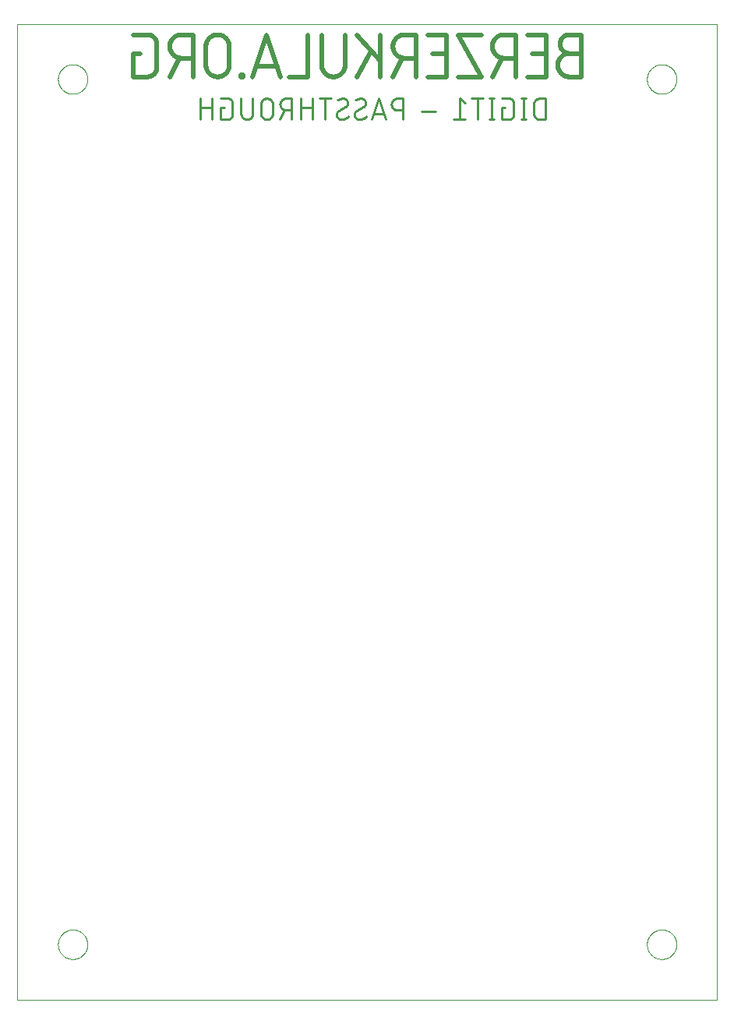
<source format=gbo>
G75*
%MOIN*%
%OFA0B0*%
%FSLAX25Y25*%
%IPPOS*%
%LPD*%
%AMOC8*
5,1,8,0,0,1.08239X$1,22.5*
%
%ADD10C,0.00000*%
%ADD11C,0.02000*%
%ADD12C,0.01000*%
D10*
X0012961Y0010993D02*
X0012961Y0428315D01*
X0312174Y0428315D01*
X0312174Y0010993D01*
X0012961Y0010993D01*
X0030284Y0034615D02*
X0030286Y0034773D01*
X0030292Y0034931D01*
X0030302Y0035089D01*
X0030316Y0035247D01*
X0030334Y0035404D01*
X0030355Y0035561D01*
X0030381Y0035717D01*
X0030411Y0035873D01*
X0030444Y0036028D01*
X0030482Y0036181D01*
X0030523Y0036334D01*
X0030568Y0036486D01*
X0030617Y0036637D01*
X0030670Y0036786D01*
X0030726Y0036934D01*
X0030786Y0037080D01*
X0030850Y0037225D01*
X0030918Y0037368D01*
X0030989Y0037510D01*
X0031063Y0037650D01*
X0031141Y0037787D01*
X0031223Y0037923D01*
X0031307Y0038057D01*
X0031396Y0038188D01*
X0031487Y0038317D01*
X0031582Y0038444D01*
X0031679Y0038569D01*
X0031780Y0038691D01*
X0031884Y0038810D01*
X0031991Y0038927D01*
X0032101Y0039041D01*
X0032214Y0039152D01*
X0032329Y0039261D01*
X0032447Y0039366D01*
X0032568Y0039468D01*
X0032691Y0039568D01*
X0032817Y0039664D01*
X0032945Y0039757D01*
X0033075Y0039847D01*
X0033208Y0039933D01*
X0033343Y0040017D01*
X0033479Y0040096D01*
X0033618Y0040173D01*
X0033759Y0040245D01*
X0033901Y0040315D01*
X0034045Y0040380D01*
X0034191Y0040442D01*
X0034338Y0040500D01*
X0034487Y0040555D01*
X0034637Y0040606D01*
X0034788Y0040653D01*
X0034940Y0040696D01*
X0035093Y0040735D01*
X0035248Y0040771D01*
X0035403Y0040802D01*
X0035559Y0040830D01*
X0035715Y0040854D01*
X0035872Y0040874D01*
X0036030Y0040890D01*
X0036187Y0040902D01*
X0036346Y0040910D01*
X0036504Y0040914D01*
X0036662Y0040914D01*
X0036820Y0040910D01*
X0036979Y0040902D01*
X0037136Y0040890D01*
X0037294Y0040874D01*
X0037451Y0040854D01*
X0037607Y0040830D01*
X0037763Y0040802D01*
X0037918Y0040771D01*
X0038073Y0040735D01*
X0038226Y0040696D01*
X0038378Y0040653D01*
X0038529Y0040606D01*
X0038679Y0040555D01*
X0038828Y0040500D01*
X0038975Y0040442D01*
X0039121Y0040380D01*
X0039265Y0040315D01*
X0039407Y0040245D01*
X0039548Y0040173D01*
X0039687Y0040096D01*
X0039823Y0040017D01*
X0039958Y0039933D01*
X0040091Y0039847D01*
X0040221Y0039757D01*
X0040349Y0039664D01*
X0040475Y0039568D01*
X0040598Y0039468D01*
X0040719Y0039366D01*
X0040837Y0039261D01*
X0040952Y0039152D01*
X0041065Y0039041D01*
X0041175Y0038927D01*
X0041282Y0038810D01*
X0041386Y0038691D01*
X0041487Y0038569D01*
X0041584Y0038444D01*
X0041679Y0038317D01*
X0041770Y0038188D01*
X0041859Y0038057D01*
X0041943Y0037923D01*
X0042025Y0037787D01*
X0042103Y0037650D01*
X0042177Y0037510D01*
X0042248Y0037368D01*
X0042316Y0037225D01*
X0042380Y0037080D01*
X0042440Y0036934D01*
X0042496Y0036786D01*
X0042549Y0036637D01*
X0042598Y0036486D01*
X0042643Y0036334D01*
X0042684Y0036181D01*
X0042722Y0036028D01*
X0042755Y0035873D01*
X0042785Y0035717D01*
X0042811Y0035561D01*
X0042832Y0035404D01*
X0042850Y0035247D01*
X0042864Y0035089D01*
X0042874Y0034931D01*
X0042880Y0034773D01*
X0042882Y0034615D01*
X0042880Y0034457D01*
X0042874Y0034299D01*
X0042864Y0034141D01*
X0042850Y0033983D01*
X0042832Y0033826D01*
X0042811Y0033669D01*
X0042785Y0033513D01*
X0042755Y0033357D01*
X0042722Y0033202D01*
X0042684Y0033049D01*
X0042643Y0032896D01*
X0042598Y0032744D01*
X0042549Y0032593D01*
X0042496Y0032444D01*
X0042440Y0032296D01*
X0042380Y0032150D01*
X0042316Y0032005D01*
X0042248Y0031862D01*
X0042177Y0031720D01*
X0042103Y0031580D01*
X0042025Y0031443D01*
X0041943Y0031307D01*
X0041859Y0031173D01*
X0041770Y0031042D01*
X0041679Y0030913D01*
X0041584Y0030786D01*
X0041487Y0030661D01*
X0041386Y0030539D01*
X0041282Y0030420D01*
X0041175Y0030303D01*
X0041065Y0030189D01*
X0040952Y0030078D01*
X0040837Y0029969D01*
X0040719Y0029864D01*
X0040598Y0029762D01*
X0040475Y0029662D01*
X0040349Y0029566D01*
X0040221Y0029473D01*
X0040091Y0029383D01*
X0039958Y0029297D01*
X0039823Y0029213D01*
X0039687Y0029134D01*
X0039548Y0029057D01*
X0039407Y0028985D01*
X0039265Y0028915D01*
X0039121Y0028850D01*
X0038975Y0028788D01*
X0038828Y0028730D01*
X0038679Y0028675D01*
X0038529Y0028624D01*
X0038378Y0028577D01*
X0038226Y0028534D01*
X0038073Y0028495D01*
X0037918Y0028459D01*
X0037763Y0028428D01*
X0037607Y0028400D01*
X0037451Y0028376D01*
X0037294Y0028356D01*
X0037136Y0028340D01*
X0036979Y0028328D01*
X0036820Y0028320D01*
X0036662Y0028316D01*
X0036504Y0028316D01*
X0036346Y0028320D01*
X0036187Y0028328D01*
X0036030Y0028340D01*
X0035872Y0028356D01*
X0035715Y0028376D01*
X0035559Y0028400D01*
X0035403Y0028428D01*
X0035248Y0028459D01*
X0035093Y0028495D01*
X0034940Y0028534D01*
X0034788Y0028577D01*
X0034637Y0028624D01*
X0034487Y0028675D01*
X0034338Y0028730D01*
X0034191Y0028788D01*
X0034045Y0028850D01*
X0033901Y0028915D01*
X0033759Y0028985D01*
X0033618Y0029057D01*
X0033479Y0029134D01*
X0033343Y0029213D01*
X0033208Y0029297D01*
X0033075Y0029383D01*
X0032945Y0029473D01*
X0032817Y0029566D01*
X0032691Y0029662D01*
X0032568Y0029762D01*
X0032447Y0029864D01*
X0032329Y0029969D01*
X0032214Y0030078D01*
X0032101Y0030189D01*
X0031991Y0030303D01*
X0031884Y0030420D01*
X0031780Y0030539D01*
X0031679Y0030661D01*
X0031582Y0030786D01*
X0031487Y0030913D01*
X0031396Y0031042D01*
X0031307Y0031173D01*
X0031223Y0031307D01*
X0031141Y0031443D01*
X0031063Y0031580D01*
X0030989Y0031720D01*
X0030918Y0031862D01*
X0030850Y0032005D01*
X0030786Y0032150D01*
X0030726Y0032296D01*
X0030670Y0032444D01*
X0030617Y0032593D01*
X0030568Y0032744D01*
X0030523Y0032896D01*
X0030482Y0033049D01*
X0030444Y0033202D01*
X0030411Y0033357D01*
X0030381Y0033513D01*
X0030355Y0033669D01*
X0030334Y0033826D01*
X0030316Y0033983D01*
X0030302Y0034141D01*
X0030292Y0034299D01*
X0030286Y0034457D01*
X0030284Y0034615D01*
X0282253Y0034615D02*
X0282255Y0034773D01*
X0282261Y0034931D01*
X0282271Y0035089D01*
X0282285Y0035247D01*
X0282303Y0035404D01*
X0282324Y0035561D01*
X0282350Y0035717D01*
X0282380Y0035873D01*
X0282413Y0036028D01*
X0282451Y0036181D01*
X0282492Y0036334D01*
X0282537Y0036486D01*
X0282586Y0036637D01*
X0282639Y0036786D01*
X0282695Y0036934D01*
X0282755Y0037080D01*
X0282819Y0037225D01*
X0282887Y0037368D01*
X0282958Y0037510D01*
X0283032Y0037650D01*
X0283110Y0037787D01*
X0283192Y0037923D01*
X0283276Y0038057D01*
X0283365Y0038188D01*
X0283456Y0038317D01*
X0283551Y0038444D01*
X0283648Y0038569D01*
X0283749Y0038691D01*
X0283853Y0038810D01*
X0283960Y0038927D01*
X0284070Y0039041D01*
X0284183Y0039152D01*
X0284298Y0039261D01*
X0284416Y0039366D01*
X0284537Y0039468D01*
X0284660Y0039568D01*
X0284786Y0039664D01*
X0284914Y0039757D01*
X0285044Y0039847D01*
X0285177Y0039933D01*
X0285312Y0040017D01*
X0285448Y0040096D01*
X0285587Y0040173D01*
X0285728Y0040245D01*
X0285870Y0040315D01*
X0286014Y0040380D01*
X0286160Y0040442D01*
X0286307Y0040500D01*
X0286456Y0040555D01*
X0286606Y0040606D01*
X0286757Y0040653D01*
X0286909Y0040696D01*
X0287062Y0040735D01*
X0287217Y0040771D01*
X0287372Y0040802D01*
X0287528Y0040830D01*
X0287684Y0040854D01*
X0287841Y0040874D01*
X0287999Y0040890D01*
X0288156Y0040902D01*
X0288315Y0040910D01*
X0288473Y0040914D01*
X0288631Y0040914D01*
X0288789Y0040910D01*
X0288948Y0040902D01*
X0289105Y0040890D01*
X0289263Y0040874D01*
X0289420Y0040854D01*
X0289576Y0040830D01*
X0289732Y0040802D01*
X0289887Y0040771D01*
X0290042Y0040735D01*
X0290195Y0040696D01*
X0290347Y0040653D01*
X0290498Y0040606D01*
X0290648Y0040555D01*
X0290797Y0040500D01*
X0290944Y0040442D01*
X0291090Y0040380D01*
X0291234Y0040315D01*
X0291376Y0040245D01*
X0291517Y0040173D01*
X0291656Y0040096D01*
X0291792Y0040017D01*
X0291927Y0039933D01*
X0292060Y0039847D01*
X0292190Y0039757D01*
X0292318Y0039664D01*
X0292444Y0039568D01*
X0292567Y0039468D01*
X0292688Y0039366D01*
X0292806Y0039261D01*
X0292921Y0039152D01*
X0293034Y0039041D01*
X0293144Y0038927D01*
X0293251Y0038810D01*
X0293355Y0038691D01*
X0293456Y0038569D01*
X0293553Y0038444D01*
X0293648Y0038317D01*
X0293739Y0038188D01*
X0293828Y0038057D01*
X0293912Y0037923D01*
X0293994Y0037787D01*
X0294072Y0037650D01*
X0294146Y0037510D01*
X0294217Y0037368D01*
X0294285Y0037225D01*
X0294349Y0037080D01*
X0294409Y0036934D01*
X0294465Y0036786D01*
X0294518Y0036637D01*
X0294567Y0036486D01*
X0294612Y0036334D01*
X0294653Y0036181D01*
X0294691Y0036028D01*
X0294724Y0035873D01*
X0294754Y0035717D01*
X0294780Y0035561D01*
X0294801Y0035404D01*
X0294819Y0035247D01*
X0294833Y0035089D01*
X0294843Y0034931D01*
X0294849Y0034773D01*
X0294851Y0034615D01*
X0294849Y0034457D01*
X0294843Y0034299D01*
X0294833Y0034141D01*
X0294819Y0033983D01*
X0294801Y0033826D01*
X0294780Y0033669D01*
X0294754Y0033513D01*
X0294724Y0033357D01*
X0294691Y0033202D01*
X0294653Y0033049D01*
X0294612Y0032896D01*
X0294567Y0032744D01*
X0294518Y0032593D01*
X0294465Y0032444D01*
X0294409Y0032296D01*
X0294349Y0032150D01*
X0294285Y0032005D01*
X0294217Y0031862D01*
X0294146Y0031720D01*
X0294072Y0031580D01*
X0293994Y0031443D01*
X0293912Y0031307D01*
X0293828Y0031173D01*
X0293739Y0031042D01*
X0293648Y0030913D01*
X0293553Y0030786D01*
X0293456Y0030661D01*
X0293355Y0030539D01*
X0293251Y0030420D01*
X0293144Y0030303D01*
X0293034Y0030189D01*
X0292921Y0030078D01*
X0292806Y0029969D01*
X0292688Y0029864D01*
X0292567Y0029762D01*
X0292444Y0029662D01*
X0292318Y0029566D01*
X0292190Y0029473D01*
X0292060Y0029383D01*
X0291927Y0029297D01*
X0291792Y0029213D01*
X0291656Y0029134D01*
X0291517Y0029057D01*
X0291376Y0028985D01*
X0291234Y0028915D01*
X0291090Y0028850D01*
X0290944Y0028788D01*
X0290797Y0028730D01*
X0290648Y0028675D01*
X0290498Y0028624D01*
X0290347Y0028577D01*
X0290195Y0028534D01*
X0290042Y0028495D01*
X0289887Y0028459D01*
X0289732Y0028428D01*
X0289576Y0028400D01*
X0289420Y0028376D01*
X0289263Y0028356D01*
X0289105Y0028340D01*
X0288948Y0028328D01*
X0288789Y0028320D01*
X0288631Y0028316D01*
X0288473Y0028316D01*
X0288315Y0028320D01*
X0288156Y0028328D01*
X0287999Y0028340D01*
X0287841Y0028356D01*
X0287684Y0028376D01*
X0287528Y0028400D01*
X0287372Y0028428D01*
X0287217Y0028459D01*
X0287062Y0028495D01*
X0286909Y0028534D01*
X0286757Y0028577D01*
X0286606Y0028624D01*
X0286456Y0028675D01*
X0286307Y0028730D01*
X0286160Y0028788D01*
X0286014Y0028850D01*
X0285870Y0028915D01*
X0285728Y0028985D01*
X0285587Y0029057D01*
X0285448Y0029134D01*
X0285312Y0029213D01*
X0285177Y0029297D01*
X0285044Y0029383D01*
X0284914Y0029473D01*
X0284786Y0029566D01*
X0284660Y0029662D01*
X0284537Y0029762D01*
X0284416Y0029864D01*
X0284298Y0029969D01*
X0284183Y0030078D01*
X0284070Y0030189D01*
X0283960Y0030303D01*
X0283853Y0030420D01*
X0283749Y0030539D01*
X0283648Y0030661D01*
X0283551Y0030786D01*
X0283456Y0030913D01*
X0283365Y0031042D01*
X0283276Y0031173D01*
X0283192Y0031307D01*
X0283110Y0031443D01*
X0283032Y0031580D01*
X0282958Y0031720D01*
X0282887Y0031862D01*
X0282819Y0032005D01*
X0282755Y0032150D01*
X0282695Y0032296D01*
X0282639Y0032444D01*
X0282586Y0032593D01*
X0282537Y0032744D01*
X0282492Y0032896D01*
X0282451Y0033049D01*
X0282413Y0033202D01*
X0282380Y0033357D01*
X0282350Y0033513D01*
X0282324Y0033669D01*
X0282303Y0033826D01*
X0282285Y0033983D01*
X0282271Y0034141D01*
X0282261Y0034299D01*
X0282255Y0034457D01*
X0282253Y0034615D01*
X0282253Y0404693D02*
X0282255Y0404851D01*
X0282261Y0405009D01*
X0282271Y0405167D01*
X0282285Y0405325D01*
X0282303Y0405482D01*
X0282324Y0405639D01*
X0282350Y0405795D01*
X0282380Y0405951D01*
X0282413Y0406106D01*
X0282451Y0406259D01*
X0282492Y0406412D01*
X0282537Y0406564D01*
X0282586Y0406715D01*
X0282639Y0406864D01*
X0282695Y0407012D01*
X0282755Y0407158D01*
X0282819Y0407303D01*
X0282887Y0407446D01*
X0282958Y0407588D01*
X0283032Y0407728D01*
X0283110Y0407865D01*
X0283192Y0408001D01*
X0283276Y0408135D01*
X0283365Y0408266D01*
X0283456Y0408395D01*
X0283551Y0408522D01*
X0283648Y0408647D01*
X0283749Y0408769D01*
X0283853Y0408888D01*
X0283960Y0409005D01*
X0284070Y0409119D01*
X0284183Y0409230D01*
X0284298Y0409339D01*
X0284416Y0409444D01*
X0284537Y0409546D01*
X0284660Y0409646D01*
X0284786Y0409742D01*
X0284914Y0409835D01*
X0285044Y0409925D01*
X0285177Y0410011D01*
X0285312Y0410095D01*
X0285448Y0410174D01*
X0285587Y0410251D01*
X0285728Y0410323D01*
X0285870Y0410393D01*
X0286014Y0410458D01*
X0286160Y0410520D01*
X0286307Y0410578D01*
X0286456Y0410633D01*
X0286606Y0410684D01*
X0286757Y0410731D01*
X0286909Y0410774D01*
X0287062Y0410813D01*
X0287217Y0410849D01*
X0287372Y0410880D01*
X0287528Y0410908D01*
X0287684Y0410932D01*
X0287841Y0410952D01*
X0287999Y0410968D01*
X0288156Y0410980D01*
X0288315Y0410988D01*
X0288473Y0410992D01*
X0288631Y0410992D01*
X0288789Y0410988D01*
X0288948Y0410980D01*
X0289105Y0410968D01*
X0289263Y0410952D01*
X0289420Y0410932D01*
X0289576Y0410908D01*
X0289732Y0410880D01*
X0289887Y0410849D01*
X0290042Y0410813D01*
X0290195Y0410774D01*
X0290347Y0410731D01*
X0290498Y0410684D01*
X0290648Y0410633D01*
X0290797Y0410578D01*
X0290944Y0410520D01*
X0291090Y0410458D01*
X0291234Y0410393D01*
X0291376Y0410323D01*
X0291517Y0410251D01*
X0291656Y0410174D01*
X0291792Y0410095D01*
X0291927Y0410011D01*
X0292060Y0409925D01*
X0292190Y0409835D01*
X0292318Y0409742D01*
X0292444Y0409646D01*
X0292567Y0409546D01*
X0292688Y0409444D01*
X0292806Y0409339D01*
X0292921Y0409230D01*
X0293034Y0409119D01*
X0293144Y0409005D01*
X0293251Y0408888D01*
X0293355Y0408769D01*
X0293456Y0408647D01*
X0293553Y0408522D01*
X0293648Y0408395D01*
X0293739Y0408266D01*
X0293828Y0408135D01*
X0293912Y0408001D01*
X0293994Y0407865D01*
X0294072Y0407728D01*
X0294146Y0407588D01*
X0294217Y0407446D01*
X0294285Y0407303D01*
X0294349Y0407158D01*
X0294409Y0407012D01*
X0294465Y0406864D01*
X0294518Y0406715D01*
X0294567Y0406564D01*
X0294612Y0406412D01*
X0294653Y0406259D01*
X0294691Y0406106D01*
X0294724Y0405951D01*
X0294754Y0405795D01*
X0294780Y0405639D01*
X0294801Y0405482D01*
X0294819Y0405325D01*
X0294833Y0405167D01*
X0294843Y0405009D01*
X0294849Y0404851D01*
X0294851Y0404693D01*
X0294849Y0404535D01*
X0294843Y0404377D01*
X0294833Y0404219D01*
X0294819Y0404061D01*
X0294801Y0403904D01*
X0294780Y0403747D01*
X0294754Y0403591D01*
X0294724Y0403435D01*
X0294691Y0403280D01*
X0294653Y0403127D01*
X0294612Y0402974D01*
X0294567Y0402822D01*
X0294518Y0402671D01*
X0294465Y0402522D01*
X0294409Y0402374D01*
X0294349Y0402228D01*
X0294285Y0402083D01*
X0294217Y0401940D01*
X0294146Y0401798D01*
X0294072Y0401658D01*
X0293994Y0401521D01*
X0293912Y0401385D01*
X0293828Y0401251D01*
X0293739Y0401120D01*
X0293648Y0400991D01*
X0293553Y0400864D01*
X0293456Y0400739D01*
X0293355Y0400617D01*
X0293251Y0400498D01*
X0293144Y0400381D01*
X0293034Y0400267D01*
X0292921Y0400156D01*
X0292806Y0400047D01*
X0292688Y0399942D01*
X0292567Y0399840D01*
X0292444Y0399740D01*
X0292318Y0399644D01*
X0292190Y0399551D01*
X0292060Y0399461D01*
X0291927Y0399375D01*
X0291792Y0399291D01*
X0291656Y0399212D01*
X0291517Y0399135D01*
X0291376Y0399063D01*
X0291234Y0398993D01*
X0291090Y0398928D01*
X0290944Y0398866D01*
X0290797Y0398808D01*
X0290648Y0398753D01*
X0290498Y0398702D01*
X0290347Y0398655D01*
X0290195Y0398612D01*
X0290042Y0398573D01*
X0289887Y0398537D01*
X0289732Y0398506D01*
X0289576Y0398478D01*
X0289420Y0398454D01*
X0289263Y0398434D01*
X0289105Y0398418D01*
X0288948Y0398406D01*
X0288789Y0398398D01*
X0288631Y0398394D01*
X0288473Y0398394D01*
X0288315Y0398398D01*
X0288156Y0398406D01*
X0287999Y0398418D01*
X0287841Y0398434D01*
X0287684Y0398454D01*
X0287528Y0398478D01*
X0287372Y0398506D01*
X0287217Y0398537D01*
X0287062Y0398573D01*
X0286909Y0398612D01*
X0286757Y0398655D01*
X0286606Y0398702D01*
X0286456Y0398753D01*
X0286307Y0398808D01*
X0286160Y0398866D01*
X0286014Y0398928D01*
X0285870Y0398993D01*
X0285728Y0399063D01*
X0285587Y0399135D01*
X0285448Y0399212D01*
X0285312Y0399291D01*
X0285177Y0399375D01*
X0285044Y0399461D01*
X0284914Y0399551D01*
X0284786Y0399644D01*
X0284660Y0399740D01*
X0284537Y0399840D01*
X0284416Y0399942D01*
X0284298Y0400047D01*
X0284183Y0400156D01*
X0284070Y0400267D01*
X0283960Y0400381D01*
X0283853Y0400498D01*
X0283749Y0400617D01*
X0283648Y0400739D01*
X0283551Y0400864D01*
X0283456Y0400991D01*
X0283365Y0401120D01*
X0283276Y0401251D01*
X0283192Y0401385D01*
X0283110Y0401521D01*
X0283032Y0401658D01*
X0282958Y0401798D01*
X0282887Y0401940D01*
X0282819Y0402083D01*
X0282755Y0402228D01*
X0282695Y0402374D01*
X0282639Y0402522D01*
X0282586Y0402671D01*
X0282537Y0402822D01*
X0282492Y0402974D01*
X0282451Y0403127D01*
X0282413Y0403280D01*
X0282380Y0403435D01*
X0282350Y0403591D01*
X0282324Y0403747D01*
X0282303Y0403904D01*
X0282285Y0404061D01*
X0282271Y0404219D01*
X0282261Y0404377D01*
X0282255Y0404535D01*
X0282253Y0404693D01*
X0030284Y0404693D02*
X0030286Y0404851D01*
X0030292Y0405009D01*
X0030302Y0405167D01*
X0030316Y0405325D01*
X0030334Y0405482D01*
X0030355Y0405639D01*
X0030381Y0405795D01*
X0030411Y0405951D01*
X0030444Y0406106D01*
X0030482Y0406259D01*
X0030523Y0406412D01*
X0030568Y0406564D01*
X0030617Y0406715D01*
X0030670Y0406864D01*
X0030726Y0407012D01*
X0030786Y0407158D01*
X0030850Y0407303D01*
X0030918Y0407446D01*
X0030989Y0407588D01*
X0031063Y0407728D01*
X0031141Y0407865D01*
X0031223Y0408001D01*
X0031307Y0408135D01*
X0031396Y0408266D01*
X0031487Y0408395D01*
X0031582Y0408522D01*
X0031679Y0408647D01*
X0031780Y0408769D01*
X0031884Y0408888D01*
X0031991Y0409005D01*
X0032101Y0409119D01*
X0032214Y0409230D01*
X0032329Y0409339D01*
X0032447Y0409444D01*
X0032568Y0409546D01*
X0032691Y0409646D01*
X0032817Y0409742D01*
X0032945Y0409835D01*
X0033075Y0409925D01*
X0033208Y0410011D01*
X0033343Y0410095D01*
X0033479Y0410174D01*
X0033618Y0410251D01*
X0033759Y0410323D01*
X0033901Y0410393D01*
X0034045Y0410458D01*
X0034191Y0410520D01*
X0034338Y0410578D01*
X0034487Y0410633D01*
X0034637Y0410684D01*
X0034788Y0410731D01*
X0034940Y0410774D01*
X0035093Y0410813D01*
X0035248Y0410849D01*
X0035403Y0410880D01*
X0035559Y0410908D01*
X0035715Y0410932D01*
X0035872Y0410952D01*
X0036030Y0410968D01*
X0036187Y0410980D01*
X0036346Y0410988D01*
X0036504Y0410992D01*
X0036662Y0410992D01*
X0036820Y0410988D01*
X0036979Y0410980D01*
X0037136Y0410968D01*
X0037294Y0410952D01*
X0037451Y0410932D01*
X0037607Y0410908D01*
X0037763Y0410880D01*
X0037918Y0410849D01*
X0038073Y0410813D01*
X0038226Y0410774D01*
X0038378Y0410731D01*
X0038529Y0410684D01*
X0038679Y0410633D01*
X0038828Y0410578D01*
X0038975Y0410520D01*
X0039121Y0410458D01*
X0039265Y0410393D01*
X0039407Y0410323D01*
X0039548Y0410251D01*
X0039687Y0410174D01*
X0039823Y0410095D01*
X0039958Y0410011D01*
X0040091Y0409925D01*
X0040221Y0409835D01*
X0040349Y0409742D01*
X0040475Y0409646D01*
X0040598Y0409546D01*
X0040719Y0409444D01*
X0040837Y0409339D01*
X0040952Y0409230D01*
X0041065Y0409119D01*
X0041175Y0409005D01*
X0041282Y0408888D01*
X0041386Y0408769D01*
X0041487Y0408647D01*
X0041584Y0408522D01*
X0041679Y0408395D01*
X0041770Y0408266D01*
X0041859Y0408135D01*
X0041943Y0408001D01*
X0042025Y0407865D01*
X0042103Y0407728D01*
X0042177Y0407588D01*
X0042248Y0407446D01*
X0042316Y0407303D01*
X0042380Y0407158D01*
X0042440Y0407012D01*
X0042496Y0406864D01*
X0042549Y0406715D01*
X0042598Y0406564D01*
X0042643Y0406412D01*
X0042684Y0406259D01*
X0042722Y0406106D01*
X0042755Y0405951D01*
X0042785Y0405795D01*
X0042811Y0405639D01*
X0042832Y0405482D01*
X0042850Y0405325D01*
X0042864Y0405167D01*
X0042874Y0405009D01*
X0042880Y0404851D01*
X0042882Y0404693D01*
X0042880Y0404535D01*
X0042874Y0404377D01*
X0042864Y0404219D01*
X0042850Y0404061D01*
X0042832Y0403904D01*
X0042811Y0403747D01*
X0042785Y0403591D01*
X0042755Y0403435D01*
X0042722Y0403280D01*
X0042684Y0403127D01*
X0042643Y0402974D01*
X0042598Y0402822D01*
X0042549Y0402671D01*
X0042496Y0402522D01*
X0042440Y0402374D01*
X0042380Y0402228D01*
X0042316Y0402083D01*
X0042248Y0401940D01*
X0042177Y0401798D01*
X0042103Y0401658D01*
X0042025Y0401521D01*
X0041943Y0401385D01*
X0041859Y0401251D01*
X0041770Y0401120D01*
X0041679Y0400991D01*
X0041584Y0400864D01*
X0041487Y0400739D01*
X0041386Y0400617D01*
X0041282Y0400498D01*
X0041175Y0400381D01*
X0041065Y0400267D01*
X0040952Y0400156D01*
X0040837Y0400047D01*
X0040719Y0399942D01*
X0040598Y0399840D01*
X0040475Y0399740D01*
X0040349Y0399644D01*
X0040221Y0399551D01*
X0040091Y0399461D01*
X0039958Y0399375D01*
X0039823Y0399291D01*
X0039687Y0399212D01*
X0039548Y0399135D01*
X0039407Y0399063D01*
X0039265Y0398993D01*
X0039121Y0398928D01*
X0038975Y0398866D01*
X0038828Y0398808D01*
X0038679Y0398753D01*
X0038529Y0398702D01*
X0038378Y0398655D01*
X0038226Y0398612D01*
X0038073Y0398573D01*
X0037918Y0398537D01*
X0037763Y0398506D01*
X0037607Y0398478D01*
X0037451Y0398454D01*
X0037294Y0398434D01*
X0037136Y0398418D01*
X0036979Y0398406D01*
X0036820Y0398398D01*
X0036662Y0398394D01*
X0036504Y0398394D01*
X0036346Y0398398D01*
X0036187Y0398406D01*
X0036030Y0398418D01*
X0035872Y0398434D01*
X0035715Y0398454D01*
X0035559Y0398478D01*
X0035403Y0398506D01*
X0035248Y0398537D01*
X0035093Y0398573D01*
X0034940Y0398612D01*
X0034788Y0398655D01*
X0034637Y0398702D01*
X0034487Y0398753D01*
X0034338Y0398808D01*
X0034191Y0398866D01*
X0034045Y0398928D01*
X0033901Y0398993D01*
X0033759Y0399063D01*
X0033618Y0399135D01*
X0033479Y0399212D01*
X0033343Y0399291D01*
X0033208Y0399375D01*
X0033075Y0399461D01*
X0032945Y0399551D01*
X0032817Y0399644D01*
X0032691Y0399740D01*
X0032568Y0399840D01*
X0032447Y0399942D01*
X0032329Y0400047D01*
X0032214Y0400156D01*
X0032101Y0400267D01*
X0031991Y0400381D01*
X0031884Y0400498D01*
X0031780Y0400617D01*
X0031679Y0400739D01*
X0031582Y0400864D01*
X0031487Y0400991D01*
X0031396Y0401120D01*
X0031307Y0401251D01*
X0031223Y0401385D01*
X0031141Y0401521D01*
X0031063Y0401658D01*
X0030989Y0401798D01*
X0030918Y0401940D01*
X0030850Y0402083D01*
X0030786Y0402228D01*
X0030726Y0402374D01*
X0030670Y0402522D01*
X0030617Y0402671D01*
X0030568Y0402822D01*
X0030523Y0402974D01*
X0030482Y0403127D01*
X0030444Y0403280D01*
X0030411Y0403435D01*
X0030381Y0403591D01*
X0030355Y0403747D01*
X0030334Y0403904D01*
X0030316Y0404061D01*
X0030302Y0404219D01*
X0030292Y0404377D01*
X0030286Y0404535D01*
X0030284Y0404693D01*
D11*
X0062587Y0405693D02*
X0068587Y0405693D01*
X0068713Y0405695D01*
X0068838Y0405701D01*
X0068963Y0405711D01*
X0069088Y0405725D01*
X0069213Y0405742D01*
X0069337Y0405764D01*
X0069460Y0405789D01*
X0069582Y0405819D01*
X0069703Y0405852D01*
X0069823Y0405889D01*
X0069942Y0405929D01*
X0070059Y0405974D01*
X0070176Y0406022D01*
X0070290Y0406074D01*
X0070403Y0406129D01*
X0070514Y0406188D01*
X0070623Y0406250D01*
X0070730Y0406316D01*
X0070835Y0406385D01*
X0070938Y0406457D01*
X0071039Y0406532D01*
X0071137Y0406611D01*
X0071232Y0406693D01*
X0071325Y0406777D01*
X0071415Y0406865D01*
X0071503Y0406955D01*
X0071587Y0407048D01*
X0071669Y0407143D01*
X0071748Y0407241D01*
X0071823Y0407342D01*
X0071895Y0407445D01*
X0071964Y0407550D01*
X0072030Y0407657D01*
X0072092Y0407766D01*
X0072151Y0407877D01*
X0072206Y0407990D01*
X0072258Y0408104D01*
X0072306Y0408221D01*
X0072351Y0408338D01*
X0072391Y0408457D01*
X0072428Y0408577D01*
X0072461Y0408698D01*
X0072491Y0408820D01*
X0072516Y0408943D01*
X0072538Y0409067D01*
X0072555Y0409192D01*
X0072569Y0409317D01*
X0072579Y0409442D01*
X0072585Y0409567D01*
X0072587Y0409693D01*
X0072587Y0419693D01*
X0072585Y0419819D01*
X0072579Y0419944D01*
X0072569Y0420069D01*
X0072555Y0420194D01*
X0072538Y0420319D01*
X0072516Y0420443D01*
X0072491Y0420566D01*
X0072461Y0420688D01*
X0072428Y0420809D01*
X0072391Y0420929D01*
X0072351Y0421048D01*
X0072306Y0421165D01*
X0072258Y0421282D01*
X0072206Y0421396D01*
X0072151Y0421509D01*
X0072092Y0421620D01*
X0072030Y0421729D01*
X0071964Y0421836D01*
X0071895Y0421941D01*
X0071823Y0422044D01*
X0071748Y0422145D01*
X0071669Y0422243D01*
X0071587Y0422338D01*
X0071503Y0422431D01*
X0071415Y0422521D01*
X0071325Y0422609D01*
X0071232Y0422693D01*
X0071137Y0422775D01*
X0071039Y0422854D01*
X0070938Y0422929D01*
X0070835Y0423001D01*
X0070730Y0423070D01*
X0070623Y0423136D01*
X0070514Y0423198D01*
X0070403Y0423257D01*
X0070290Y0423312D01*
X0070176Y0423364D01*
X0070059Y0423412D01*
X0069942Y0423457D01*
X0069823Y0423497D01*
X0069703Y0423534D01*
X0069582Y0423567D01*
X0069460Y0423597D01*
X0069337Y0423622D01*
X0069213Y0423644D01*
X0069088Y0423661D01*
X0068963Y0423675D01*
X0068838Y0423685D01*
X0068713Y0423691D01*
X0068587Y0423693D01*
X0062587Y0423693D01*
X0062587Y0415693D02*
X0062587Y0405693D01*
X0062587Y0415693D02*
X0065587Y0415693D01*
X0078087Y0405693D02*
X0082087Y0413693D01*
X0083087Y0413693D02*
X0088087Y0413693D01*
X0093587Y0410693D02*
X0093587Y0418693D01*
X0088087Y0423693D02*
X0083087Y0423693D01*
X0082947Y0423691D01*
X0082807Y0423685D01*
X0082667Y0423675D01*
X0082527Y0423662D01*
X0082388Y0423644D01*
X0082249Y0423622D01*
X0082112Y0423597D01*
X0081974Y0423568D01*
X0081838Y0423535D01*
X0081703Y0423498D01*
X0081569Y0423457D01*
X0081436Y0423412D01*
X0081304Y0423364D01*
X0081174Y0423312D01*
X0081045Y0423257D01*
X0080918Y0423198D01*
X0080792Y0423135D01*
X0080668Y0423069D01*
X0080547Y0423000D01*
X0080427Y0422927D01*
X0080309Y0422850D01*
X0080194Y0422771D01*
X0080080Y0422688D01*
X0079970Y0422602D01*
X0079861Y0422513D01*
X0079755Y0422421D01*
X0079652Y0422326D01*
X0079551Y0422229D01*
X0079454Y0422128D01*
X0079359Y0422025D01*
X0079267Y0421919D01*
X0079178Y0421810D01*
X0079092Y0421700D01*
X0079009Y0421586D01*
X0078930Y0421471D01*
X0078853Y0421353D01*
X0078780Y0421233D01*
X0078711Y0421112D01*
X0078645Y0420988D01*
X0078582Y0420862D01*
X0078523Y0420735D01*
X0078468Y0420606D01*
X0078416Y0420476D01*
X0078368Y0420344D01*
X0078323Y0420211D01*
X0078282Y0420077D01*
X0078245Y0419942D01*
X0078212Y0419806D01*
X0078183Y0419668D01*
X0078158Y0419531D01*
X0078136Y0419392D01*
X0078118Y0419253D01*
X0078105Y0419113D01*
X0078095Y0418973D01*
X0078089Y0418833D01*
X0078087Y0418693D01*
X0078089Y0418553D01*
X0078095Y0418413D01*
X0078105Y0418273D01*
X0078118Y0418133D01*
X0078136Y0417994D01*
X0078158Y0417855D01*
X0078183Y0417718D01*
X0078212Y0417580D01*
X0078245Y0417444D01*
X0078282Y0417309D01*
X0078323Y0417175D01*
X0078368Y0417042D01*
X0078416Y0416910D01*
X0078468Y0416780D01*
X0078523Y0416651D01*
X0078582Y0416524D01*
X0078645Y0416398D01*
X0078711Y0416274D01*
X0078780Y0416153D01*
X0078853Y0416033D01*
X0078930Y0415915D01*
X0079009Y0415800D01*
X0079092Y0415686D01*
X0079178Y0415576D01*
X0079267Y0415467D01*
X0079359Y0415361D01*
X0079454Y0415258D01*
X0079551Y0415157D01*
X0079652Y0415060D01*
X0079755Y0414965D01*
X0079861Y0414873D01*
X0079970Y0414784D01*
X0080080Y0414698D01*
X0080194Y0414615D01*
X0080309Y0414536D01*
X0080427Y0414459D01*
X0080547Y0414386D01*
X0080668Y0414317D01*
X0080792Y0414251D01*
X0080918Y0414188D01*
X0081045Y0414129D01*
X0081174Y0414074D01*
X0081304Y0414022D01*
X0081436Y0413974D01*
X0081569Y0413929D01*
X0081703Y0413888D01*
X0081838Y0413851D01*
X0081974Y0413818D01*
X0082112Y0413789D01*
X0082249Y0413764D01*
X0082388Y0413742D01*
X0082527Y0413724D01*
X0082667Y0413711D01*
X0082807Y0413701D01*
X0082947Y0413695D01*
X0083087Y0413693D01*
X0088087Y0405693D02*
X0088087Y0423693D01*
X0093587Y0418693D02*
X0093589Y0418833D01*
X0093595Y0418973D01*
X0093605Y0419113D01*
X0093618Y0419253D01*
X0093636Y0419392D01*
X0093658Y0419531D01*
X0093683Y0419668D01*
X0093712Y0419806D01*
X0093745Y0419942D01*
X0093782Y0420077D01*
X0093823Y0420211D01*
X0093868Y0420344D01*
X0093916Y0420476D01*
X0093968Y0420606D01*
X0094023Y0420735D01*
X0094082Y0420862D01*
X0094145Y0420988D01*
X0094211Y0421112D01*
X0094280Y0421233D01*
X0094353Y0421353D01*
X0094430Y0421471D01*
X0094509Y0421586D01*
X0094592Y0421700D01*
X0094678Y0421810D01*
X0094767Y0421919D01*
X0094859Y0422025D01*
X0094954Y0422128D01*
X0095051Y0422229D01*
X0095152Y0422326D01*
X0095255Y0422421D01*
X0095361Y0422513D01*
X0095470Y0422602D01*
X0095580Y0422688D01*
X0095694Y0422771D01*
X0095809Y0422850D01*
X0095927Y0422927D01*
X0096047Y0423000D01*
X0096168Y0423069D01*
X0096292Y0423135D01*
X0096418Y0423198D01*
X0096545Y0423257D01*
X0096674Y0423312D01*
X0096804Y0423364D01*
X0096936Y0423412D01*
X0097069Y0423457D01*
X0097203Y0423498D01*
X0097338Y0423535D01*
X0097474Y0423568D01*
X0097612Y0423597D01*
X0097749Y0423622D01*
X0097888Y0423644D01*
X0098027Y0423662D01*
X0098167Y0423675D01*
X0098307Y0423685D01*
X0098447Y0423691D01*
X0098587Y0423693D01*
X0098727Y0423691D01*
X0098867Y0423685D01*
X0099007Y0423675D01*
X0099147Y0423662D01*
X0099286Y0423644D01*
X0099425Y0423622D01*
X0099562Y0423597D01*
X0099700Y0423568D01*
X0099836Y0423535D01*
X0099971Y0423498D01*
X0100105Y0423457D01*
X0100238Y0423412D01*
X0100370Y0423364D01*
X0100500Y0423312D01*
X0100629Y0423257D01*
X0100756Y0423198D01*
X0100882Y0423135D01*
X0101006Y0423069D01*
X0101127Y0423000D01*
X0101247Y0422927D01*
X0101365Y0422850D01*
X0101480Y0422771D01*
X0101594Y0422688D01*
X0101704Y0422602D01*
X0101813Y0422513D01*
X0101919Y0422421D01*
X0102022Y0422326D01*
X0102123Y0422229D01*
X0102220Y0422128D01*
X0102315Y0422025D01*
X0102407Y0421919D01*
X0102496Y0421810D01*
X0102582Y0421700D01*
X0102665Y0421586D01*
X0102744Y0421471D01*
X0102821Y0421353D01*
X0102894Y0421233D01*
X0102963Y0421112D01*
X0103029Y0420988D01*
X0103092Y0420862D01*
X0103151Y0420735D01*
X0103206Y0420606D01*
X0103258Y0420476D01*
X0103306Y0420344D01*
X0103351Y0420211D01*
X0103392Y0420077D01*
X0103429Y0419942D01*
X0103462Y0419806D01*
X0103491Y0419668D01*
X0103516Y0419531D01*
X0103538Y0419392D01*
X0103556Y0419253D01*
X0103569Y0419113D01*
X0103579Y0418973D01*
X0103585Y0418833D01*
X0103587Y0418693D01*
X0103587Y0410693D01*
X0108587Y0406693D02*
X0108587Y0405693D01*
X0109587Y0405693D01*
X0109587Y0406693D01*
X0108587Y0406693D01*
X0113587Y0405693D02*
X0119587Y0423693D01*
X0125587Y0405693D01*
X0129087Y0405693D02*
X0137087Y0405693D01*
X0137087Y0423693D01*
X0143087Y0423693D02*
X0143087Y0410693D01*
X0143089Y0410553D01*
X0143095Y0410413D01*
X0143105Y0410273D01*
X0143118Y0410133D01*
X0143136Y0409994D01*
X0143158Y0409855D01*
X0143183Y0409718D01*
X0143212Y0409580D01*
X0143245Y0409444D01*
X0143282Y0409309D01*
X0143323Y0409175D01*
X0143368Y0409042D01*
X0143416Y0408910D01*
X0143468Y0408780D01*
X0143523Y0408651D01*
X0143582Y0408524D01*
X0143645Y0408398D01*
X0143711Y0408274D01*
X0143780Y0408153D01*
X0143853Y0408033D01*
X0143930Y0407915D01*
X0144009Y0407800D01*
X0144092Y0407686D01*
X0144178Y0407576D01*
X0144267Y0407467D01*
X0144359Y0407361D01*
X0144454Y0407258D01*
X0144551Y0407157D01*
X0144652Y0407060D01*
X0144755Y0406965D01*
X0144861Y0406873D01*
X0144970Y0406784D01*
X0145080Y0406698D01*
X0145194Y0406615D01*
X0145309Y0406536D01*
X0145427Y0406459D01*
X0145547Y0406386D01*
X0145668Y0406317D01*
X0145792Y0406251D01*
X0145918Y0406188D01*
X0146045Y0406129D01*
X0146174Y0406074D01*
X0146304Y0406022D01*
X0146436Y0405974D01*
X0146569Y0405929D01*
X0146703Y0405888D01*
X0146838Y0405851D01*
X0146974Y0405818D01*
X0147112Y0405789D01*
X0147249Y0405764D01*
X0147388Y0405742D01*
X0147527Y0405724D01*
X0147667Y0405711D01*
X0147807Y0405701D01*
X0147947Y0405695D01*
X0148087Y0405693D01*
X0148227Y0405695D01*
X0148367Y0405701D01*
X0148507Y0405711D01*
X0148647Y0405724D01*
X0148786Y0405742D01*
X0148925Y0405764D01*
X0149062Y0405789D01*
X0149200Y0405818D01*
X0149336Y0405851D01*
X0149471Y0405888D01*
X0149605Y0405929D01*
X0149738Y0405974D01*
X0149870Y0406022D01*
X0150000Y0406074D01*
X0150129Y0406129D01*
X0150256Y0406188D01*
X0150382Y0406251D01*
X0150506Y0406317D01*
X0150627Y0406386D01*
X0150747Y0406459D01*
X0150865Y0406536D01*
X0150980Y0406615D01*
X0151094Y0406698D01*
X0151204Y0406784D01*
X0151313Y0406873D01*
X0151419Y0406965D01*
X0151522Y0407060D01*
X0151623Y0407157D01*
X0151720Y0407258D01*
X0151815Y0407361D01*
X0151907Y0407467D01*
X0151996Y0407576D01*
X0152082Y0407686D01*
X0152165Y0407800D01*
X0152244Y0407915D01*
X0152321Y0408033D01*
X0152394Y0408153D01*
X0152463Y0408274D01*
X0152529Y0408398D01*
X0152592Y0408524D01*
X0152651Y0408651D01*
X0152706Y0408780D01*
X0152758Y0408910D01*
X0152806Y0409042D01*
X0152851Y0409175D01*
X0152892Y0409309D01*
X0152929Y0409444D01*
X0152962Y0409580D01*
X0152991Y0409718D01*
X0153016Y0409855D01*
X0153038Y0409994D01*
X0153056Y0410133D01*
X0153069Y0410273D01*
X0153079Y0410413D01*
X0153085Y0410553D01*
X0153087Y0410693D01*
X0153087Y0423693D01*
X0158087Y0423693D02*
X0168087Y0412693D01*
X0168087Y0405693D02*
X0168087Y0423693D01*
X0164087Y0416693D02*
X0158087Y0405693D01*
X0173587Y0405693D02*
X0177587Y0413693D01*
X0178587Y0413693D02*
X0183587Y0413693D01*
X0178587Y0413693D02*
X0178447Y0413695D01*
X0178307Y0413701D01*
X0178167Y0413711D01*
X0178027Y0413724D01*
X0177888Y0413742D01*
X0177749Y0413764D01*
X0177612Y0413789D01*
X0177474Y0413818D01*
X0177338Y0413851D01*
X0177203Y0413888D01*
X0177069Y0413929D01*
X0176936Y0413974D01*
X0176804Y0414022D01*
X0176674Y0414074D01*
X0176545Y0414129D01*
X0176418Y0414188D01*
X0176292Y0414251D01*
X0176168Y0414317D01*
X0176047Y0414386D01*
X0175927Y0414459D01*
X0175809Y0414536D01*
X0175694Y0414615D01*
X0175580Y0414698D01*
X0175470Y0414784D01*
X0175361Y0414873D01*
X0175255Y0414965D01*
X0175152Y0415060D01*
X0175051Y0415157D01*
X0174954Y0415258D01*
X0174859Y0415361D01*
X0174767Y0415467D01*
X0174678Y0415576D01*
X0174592Y0415686D01*
X0174509Y0415800D01*
X0174430Y0415915D01*
X0174353Y0416033D01*
X0174280Y0416153D01*
X0174211Y0416274D01*
X0174145Y0416398D01*
X0174082Y0416524D01*
X0174023Y0416651D01*
X0173968Y0416780D01*
X0173916Y0416910D01*
X0173868Y0417042D01*
X0173823Y0417175D01*
X0173782Y0417309D01*
X0173745Y0417444D01*
X0173712Y0417580D01*
X0173683Y0417718D01*
X0173658Y0417855D01*
X0173636Y0417994D01*
X0173618Y0418133D01*
X0173605Y0418273D01*
X0173595Y0418413D01*
X0173589Y0418553D01*
X0173587Y0418693D01*
X0173589Y0418833D01*
X0173595Y0418973D01*
X0173605Y0419113D01*
X0173618Y0419253D01*
X0173636Y0419392D01*
X0173658Y0419531D01*
X0173683Y0419668D01*
X0173712Y0419806D01*
X0173745Y0419942D01*
X0173782Y0420077D01*
X0173823Y0420211D01*
X0173868Y0420344D01*
X0173916Y0420476D01*
X0173968Y0420606D01*
X0174023Y0420735D01*
X0174082Y0420862D01*
X0174145Y0420988D01*
X0174211Y0421112D01*
X0174280Y0421233D01*
X0174353Y0421353D01*
X0174430Y0421471D01*
X0174509Y0421586D01*
X0174592Y0421700D01*
X0174678Y0421810D01*
X0174767Y0421919D01*
X0174859Y0422025D01*
X0174954Y0422128D01*
X0175051Y0422229D01*
X0175152Y0422326D01*
X0175255Y0422421D01*
X0175361Y0422513D01*
X0175470Y0422602D01*
X0175580Y0422688D01*
X0175694Y0422771D01*
X0175809Y0422850D01*
X0175927Y0422927D01*
X0176047Y0423000D01*
X0176168Y0423069D01*
X0176292Y0423135D01*
X0176418Y0423198D01*
X0176545Y0423257D01*
X0176674Y0423312D01*
X0176804Y0423364D01*
X0176936Y0423412D01*
X0177069Y0423457D01*
X0177203Y0423498D01*
X0177338Y0423535D01*
X0177474Y0423568D01*
X0177612Y0423597D01*
X0177749Y0423622D01*
X0177888Y0423644D01*
X0178027Y0423662D01*
X0178167Y0423675D01*
X0178307Y0423685D01*
X0178447Y0423691D01*
X0178587Y0423693D01*
X0183587Y0423693D01*
X0183587Y0405693D01*
X0188587Y0405693D02*
X0196587Y0405693D01*
X0196587Y0423693D01*
X0188587Y0423693D01*
X0190587Y0415693D02*
X0196587Y0415693D01*
X0201587Y0423693D02*
X0211587Y0405693D01*
X0201587Y0405693D01*
X0216087Y0405693D02*
X0220087Y0413693D01*
X0221087Y0413693D02*
X0226087Y0413693D01*
X0221087Y0413693D02*
X0220947Y0413695D01*
X0220807Y0413701D01*
X0220667Y0413711D01*
X0220527Y0413724D01*
X0220388Y0413742D01*
X0220249Y0413764D01*
X0220112Y0413789D01*
X0219974Y0413818D01*
X0219838Y0413851D01*
X0219703Y0413888D01*
X0219569Y0413929D01*
X0219436Y0413974D01*
X0219304Y0414022D01*
X0219174Y0414074D01*
X0219045Y0414129D01*
X0218918Y0414188D01*
X0218792Y0414251D01*
X0218668Y0414317D01*
X0218547Y0414386D01*
X0218427Y0414459D01*
X0218309Y0414536D01*
X0218194Y0414615D01*
X0218080Y0414698D01*
X0217970Y0414784D01*
X0217861Y0414873D01*
X0217755Y0414965D01*
X0217652Y0415060D01*
X0217551Y0415157D01*
X0217454Y0415258D01*
X0217359Y0415361D01*
X0217267Y0415467D01*
X0217178Y0415576D01*
X0217092Y0415686D01*
X0217009Y0415800D01*
X0216930Y0415915D01*
X0216853Y0416033D01*
X0216780Y0416153D01*
X0216711Y0416274D01*
X0216645Y0416398D01*
X0216582Y0416524D01*
X0216523Y0416651D01*
X0216468Y0416780D01*
X0216416Y0416910D01*
X0216368Y0417042D01*
X0216323Y0417175D01*
X0216282Y0417309D01*
X0216245Y0417444D01*
X0216212Y0417580D01*
X0216183Y0417718D01*
X0216158Y0417855D01*
X0216136Y0417994D01*
X0216118Y0418133D01*
X0216105Y0418273D01*
X0216095Y0418413D01*
X0216089Y0418553D01*
X0216087Y0418693D01*
X0216089Y0418833D01*
X0216095Y0418973D01*
X0216105Y0419113D01*
X0216118Y0419253D01*
X0216136Y0419392D01*
X0216158Y0419531D01*
X0216183Y0419668D01*
X0216212Y0419806D01*
X0216245Y0419942D01*
X0216282Y0420077D01*
X0216323Y0420211D01*
X0216368Y0420344D01*
X0216416Y0420476D01*
X0216468Y0420606D01*
X0216523Y0420735D01*
X0216582Y0420862D01*
X0216645Y0420988D01*
X0216711Y0421112D01*
X0216780Y0421233D01*
X0216853Y0421353D01*
X0216930Y0421471D01*
X0217009Y0421586D01*
X0217092Y0421700D01*
X0217178Y0421810D01*
X0217267Y0421919D01*
X0217359Y0422025D01*
X0217454Y0422128D01*
X0217551Y0422229D01*
X0217652Y0422326D01*
X0217755Y0422421D01*
X0217861Y0422513D01*
X0217970Y0422602D01*
X0218080Y0422688D01*
X0218194Y0422771D01*
X0218309Y0422850D01*
X0218427Y0422927D01*
X0218547Y0423000D01*
X0218668Y0423069D01*
X0218792Y0423135D01*
X0218918Y0423198D01*
X0219045Y0423257D01*
X0219174Y0423312D01*
X0219304Y0423364D01*
X0219436Y0423412D01*
X0219569Y0423457D01*
X0219703Y0423498D01*
X0219838Y0423535D01*
X0219974Y0423568D01*
X0220112Y0423597D01*
X0220249Y0423622D01*
X0220388Y0423644D01*
X0220527Y0423662D01*
X0220667Y0423675D01*
X0220807Y0423685D01*
X0220947Y0423691D01*
X0221087Y0423693D01*
X0226087Y0423693D01*
X0226087Y0405693D01*
X0231087Y0405693D02*
X0239087Y0405693D01*
X0239087Y0423693D01*
X0231087Y0423693D01*
X0233087Y0415693D02*
X0239087Y0415693D01*
X0249087Y0415693D02*
X0254087Y0415693D01*
X0249087Y0415693D02*
X0248961Y0415695D01*
X0248836Y0415701D01*
X0248711Y0415711D01*
X0248586Y0415725D01*
X0248461Y0415742D01*
X0248337Y0415764D01*
X0248214Y0415789D01*
X0248092Y0415819D01*
X0247971Y0415852D01*
X0247851Y0415889D01*
X0247732Y0415929D01*
X0247615Y0415974D01*
X0247498Y0416022D01*
X0247384Y0416074D01*
X0247271Y0416129D01*
X0247160Y0416188D01*
X0247051Y0416250D01*
X0246944Y0416316D01*
X0246839Y0416385D01*
X0246736Y0416457D01*
X0246635Y0416532D01*
X0246537Y0416611D01*
X0246442Y0416693D01*
X0246349Y0416777D01*
X0246259Y0416865D01*
X0246171Y0416955D01*
X0246087Y0417048D01*
X0246005Y0417143D01*
X0245926Y0417241D01*
X0245851Y0417342D01*
X0245779Y0417445D01*
X0245710Y0417550D01*
X0245644Y0417657D01*
X0245582Y0417766D01*
X0245523Y0417877D01*
X0245468Y0417990D01*
X0245416Y0418104D01*
X0245368Y0418221D01*
X0245323Y0418338D01*
X0245283Y0418457D01*
X0245246Y0418577D01*
X0245213Y0418698D01*
X0245183Y0418820D01*
X0245158Y0418943D01*
X0245136Y0419067D01*
X0245119Y0419192D01*
X0245105Y0419317D01*
X0245095Y0419442D01*
X0245089Y0419567D01*
X0245087Y0419693D01*
X0245089Y0419819D01*
X0245095Y0419944D01*
X0245105Y0420069D01*
X0245119Y0420194D01*
X0245136Y0420319D01*
X0245158Y0420443D01*
X0245183Y0420566D01*
X0245213Y0420688D01*
X0245246Y0420809D01*
X0245283Y0420929D01*
X0245323Y0421048D01*
X0245368Y0421165D01*
X0245416Y0421282D01*
X0245468Y0421396D01*
X0245523Y0421509D01*
X0245582Y0421620D01*
X0245644Y0421729D01*
X0245710Y0421836D01*
X0245779Y0421941D01*
X0245851Y0422044D01*
X0245926Y0422145D01*
X0246005Y0422243D01*
X0246087Y0422338D01*
X0246171Y0422431D01*
X0246259Y0422521D01*
X0246349Y0422609D01*
X0246442Y0422693D01*
X0246537Y0422775D01*
X0246635Y0422854D01*
X0246736Y0422929D01*
X0246839Y0423001D01*
X0246944Y0423070D01*
X0247051Y0423136D01*
X0247160Y0423198D01*
X0247271Y0423257D01*
X0247384Y0423312D01*
X0247498Y0423364D01*
X0247615Y0423412D01*
X0247732Y0423457D01*
X0247851Y0423497D01*
X0247971Y0423534D01*
X0248092Y0423567D01*
X0248214Y0423597D01*
X0248337Y0423622D01*
X0248461Y0423644D01*
X0248586Y0423661D01*
X0248711Y0423675D01*
X0248836Y0423685D01*
X0248961Y0423691D01*
X0249087Y0423693D01*
X0254087Y0423693D01*
X0254087Y0405693D01*
X0249087Y0405693D01*
X0248947Y0405695D01*
X0248807Y0405701D01*
X0248667Y0405711D01*
X0248527Y0405724D01*
X0248388Y0405742D01*
X0248249Y0405764D01*
X0248112Y0405789D01*
X0247974Y0405818D01*
X0247838Y0405851D01*
X0247703Y0405888D01*
X0247569Y0405929D01*
X0247436Y0405974D01*
X0247304Y0406022D01*
X0247174Y0406074D01*
X0247045Y0406129D01*
X0246918Y0406188D01*
X0246792Y0406251D01*
X0246668Y0406317D01*
X0246547Y0406386D01*
X0246427Y0406459D01*
X0246309Y0406536D01*
X0246194Y0406615D01*
X0246080Y0406698D01*
X0245970Y0406784D01*
X0245861Y0406873D01*
X0245755Y0406965D01*
X0245652Y0407060D01*
X0245551Y0407157D01*
X0245454Y0407258D01*
X0245359Y0407361D01*
X0245267Y0407467D01*
X0245178Y0407576D01*
X0245092Y0407686D01*
X0245009Y0407800D01*
X0244930Y0407915D01*
X0244853Y0408033D01*
X0244780Y0408153D01*
X0244711Y0408274D01*
X0244645Y0408398D01*
X0244582Y0408524D01*
X0244523Y0408651D01*
X0244468Y0408780D01*
X0244416Y0408910D01*
X0244368Y0409042D01*
X0244323Y0409175D01*
X0244282Y0409309D01*
X0244245Y0409444D01*
X0244212Y0409580D01*
X0244183Y0409718D01*
X0244158Y0409855D01*
X0244136Y0409994D01*
X0244118Y0410133D01*
X0244105Y0410273D01*
X0244095Y0410413D01*
X0244089Y0410553D01*
X0244087Y0410693D01*
X0244089Y0410833D01*
X0244095Y0410973D01*
X0244105Y0411113D01*
X0244118Y0411253D01*
X0244136Y0411392D01*
X0244158Y0411531D01*
X0244183Y0411668D01*
X0244212Y0411806D01*
X0244245Y0411942D01*
X0244282Y0412077D01*
X0244323Y0412211D01*
X0244368Y0412344D01*
X0244416Y0412476D01*
X0244468Y0412606D01*
X0244523Y0412735D01*
X0244582Y0412862D01*
X0244645Y0412988D01*
X0244711Y0413112D01*
X0244780Y0413233D01*
X0244853Y0413353D01*
X0244930Y0413471D01*
X0245009Y0413586D01*
X0245092Y0413700D01*
X0245178Y0413810D01*
X0245267Y0413919D01*
X0245359Y0414025D01*
X0245454Y0414128D01*
X0245551Y0414229D01*
X0245652Y0414326D01*
X0245755Y0414421D01*
X0245861Y0414513D01*
X0245970Y0414602D01*
X0246080Y0414688D01*
X0246194Y0414771D01*
X0246309Y0414850D01*
X0246427Y0414927D01*
X0246547Y0415000D01*
X0246668Y0415069D01*
X0246792Y0415135D01*
X0246918Y0415198D01*
X0247045Y0415257D01*
X0247174Y0415312D01*
X0247304Y0415364D01*
X0247436Y0415412D01*
X0247569Y0415457D01*
X0247703Y0415498D01*
X0247838Y0415535D01*
X0247974Y0415568D01*
X0248112Y0415597D01*
X0248249Y0415622D01*
X0248388Y0415644D01*
X0248527Y0415662D01*
X0248667Y0415675D01*
X0248807Y0415685D01*
X0248947Y0415691D01*
X0249087Y0415693D01*
X0211587Y0423693D02*
X0201587Y0423693D01*
X0124087Y0410193D02*
X0115087Y0410193D01*
X0103587Y0410693D02*
X0103585Y0410553D01*
X0103579Y0410413D01*
X0103569Y0410273D01*
X0103556Y0410133D01*
X0103538Y0409994D01*
X0103516Y0409855D01*
X0103491Y0409718D01*
X0103462Y0409580D01*
X0103429Y0409444D01*
X0103392Y0409309D01*
X0103351Y0409175D01*
X0103306Y0409042D01*
X0103258Y0408910D01*
X0103206Y0408780D01*
X0103151Y0408651D01*
X0103092Y0408524D01*
X0103029Y0408398D01*
X0102963Y0408274D01*
X0102894Y0408153D01*
X0102821Y0408033D01*
X0102744Y0407915D01*
X0102665Y0407800D01*
X0102582Y0407686D01*
X0102496Y0407576D01*
X0102407Y0407467D01*
X0102315Y0407361D01*
X0102220Y0407258D01*
X0102123Y0407157D01*
X0102022Y0407060D01*
X0101919Y0406965D01*
X0101813Y0406873D01*
X0101704Y0406784D01*
X0101594Y0406698D01*
X0101480Y0406615D01*
X0101365Y0406536D01*
X0101247Y0406459D01*
X0101127Y0406386D01*
X0101006Y0406317D01*
X0100882Y0406251D01*
X0100756Y0406188D01*
X0100629Y0406129D01*
X0100500Y0406074D01*
X0100370Y0406022D01*
X0100238Y0405974D01*
X0100105Y0405929D01*
X0099971Y0405888D01*
X0099836Y0405851D01*
X0099700Y0405818D01*
X0099562Y0405789D01*
X0099425Y0405764D01*
X0099286Y0405742D01*
X0099147Y0405724D01*
X0099007Y0405711D01*
X0098867Y0405701D01*
X0098727Y0405695D01*
X0098587Y0405693D01*
X0098447Y0405695D01*
X0098307Y0405701D01*
X0098167Y0405711D01*
X0098027Y0405724D01*
X0097888Y0405742D01*
X0097749Y0405764D01*
X0097612Y0405789D01*
X0097474Y0405818D01*
X0097338Y0405851D01*
X0097203Y0405888D01*
X0097069Y0405929D01*
X0096936Y0405974D01*
X0096804Y0406022D01*
X0096674Y0406074D01*
X0096545Y0406129D01*
X0096418Y0406188D01*
X0096292Y0406251D01*
X0096168Y0406317D01*
X0096047Y0406386D01*
X0095927Y0406459D01*
X0095809Y0406536D01*
X0095694Y0406615D01*
X0095580Y0406698D01*
X0095470Y0406784D01*
X0095361Y0406873D01*
X0095255Y0406965D01*
X0095152Y0407060D01*
X0095051Y0407157D01*
X0094954Y0407258D01*
X0094859Y0407361D01*
X0094767Y0407467D01*
X0094678Y0407576D01*
X0094592Y0407686D01*
X0094509Y0407800D01*
X0094430Y0407915D01*
X0094353Y0408033D01*
X0094280Y0408153D01*
X0094211Y0408274D01*
X0094145Y0408398D01*
X0094082Y0408524D01*
X0094023Y0408651D01*
X0093968Y0408780D01*
X0093916Y0408910D01*
X0093868Y0409042D01*
X0093823Y0409175D01*
X0093782Y0409309D01*
X0093745Y0409444D01*
X0093712Y0409580D01*
X0093683Y0409718D01*
X0093658Y0409855D01*
X0093636Y0409994D01*
X0093618Y0410133D01*
X0093605Y0410273D01*
X0093595Y0410413D01*
X0093589Y0410553D01*
X0093587Y0410693D01*
D12*
X0096085Y0396477D02*
X0096085Y0387477D01*
X0099853Y0387477D02*
X0099853Y0392477D01*
X0101353Y0392477D01*
X0104853Y0394477D02*
X0104851Y0394564D01*
X0104845Y0394651D01*
X0104836Y0394738D01*
X0104823Y0394824D01*
X0104806Y0394910D01*
X0104785Y0394995D01*
X0104760Y0395078D01*
X0104732Y0395161D01*
X0104701Y0395242D01*
X0104666Y0395322D01*
X0104627Y0395400D01*
X0104585Y0395477D01*
X0104540Y0395552D01*
X0104491Y0395624D01*
X0104440Y0395695D01*
X0104385Y0395763D01*
X0104328Y0395828D01*
X0104267Y0395891D01*
X0104204Y0395952D01*
X0104139Y0396009D01*
X0104071Y0396064D01*
X0104000Y0396115D01*
X0103928Y0396164D01*
X0103853Y0396209D01*
X0103776Y0396251D01*
X0103698Y0396290D01*
X0103618Y0396325D01*
X0103537Y0396356D01*
X0103454Y0396384D01*
X0103371Y0396409D01*
X0103286Y0396430D01*
X0103200Y0396447D01*
X0103114Y0396460D01*
X0103027Y0396469D01*
X0102940Y0396475D01*
X0102853Y0396477D01*
X0099853Y0396477D01*
X0096085Y0392477D02*
X0091085Y0392477D01*
X0091085Y0396477D02*
X0091085Y0387477D01*
X0099853Y0387477D02*
X0102853Y0387477D01*
X0102940Y0387479D01*
X0103027Y0387485D01*
X0103114Y0387494D01*
X0103200Y0387507D01*
X0103286Y0387524D01*
X0103371Y0387545D01*
X0103454Y0387570D01*
X0103537Y0387598D01*
X0103618Y0387629D01*
X0103698Y0387664D01*
X0103776Y0387703D01*
X0103853Y0387745D01*
X0103928Y0387790D01*
X0104000Y0387839D01*
X0104071Y0387890D01*
X0104139Y0387945D01*
X0104204Y0388002D01*
X0104267Y0388063D01*
X0104328Y0388126D01*
X0104385Y0388191D01*
X0104440Y0388259D01*
X0104491Y0388330D01*
X0104540Y0388402D01*
X0104585Y0388477D01*
X0104627Y0388554D01*
X0104666Y0388632D01*
X0104701Y0388712D01*
X0104732Y0388793D01*
X0104760Y0388876D01*
X0104785Y0388959D01*
X0104806Y0389044D01*
X0104823Y0389130D01*
X0104836Y0389216D01*
X0104845Y0389303D01*
X0104851Y0389390D01*
X0104853Y0389477D01*
X0104853Y0394477D01*
X0108621Y0396477D02*
X0108621Y0389977D01*
X0108623Y0389879D01*
X0108629Y0389781D01*
X0108638Y0389683D01*
X0108652Y0389586D01*
X0108669Y0389489D01*
X0108690Y0389393D01*
X0108715Y0389298D01*
X0108743Y0389204D01*
X0108776Y0389112D01*
X0108811Y0389020D01*
X0108851Y0388930D01*
X0108893Y0388842D01*
X0108940Y0388755D01*
X0108989Y0388671D01*
X0109042Y0388588D01*
X0109098Y0388508D01*
X0109158Y0388429D01*
X0109220Y0388353D01*
X0109285Y0388280D01*
X0109353Y0388209D01*
X0109424Y0388141D01*
X0109497Y0388076D01*
X0109573Y0388014D01*
X0109652Y0387954D01*
X0109732Y0387898D01*
X0109815Y0387845D01*
X0109899Y0387796D01*
X0109986Y0387749D01*
X0110074Y0387707D01*
X0110164Y0387667D01*
X0110256Y0387632D01*
X0110348Y0387599D01*
X0110442Y0387571D01*
X0110537Y0387546D01*
X0110633Y0387525D01*
X0110730Y0387508D01*
X0110827Y0387494D01*
X0110925Y0387485D01*
X0111023Y0387479D01*
X0111121Y0387477D01*
X0111219Y0387479D01*
X0111317Y0387485D01*
X0111415Y0387494D01*
X0111512Y0387508D01*
X0111609Y0387525D01*
X0111705Y0387546D01*
X0111800Y0387571D01*
X0111894Y0387599D01*
X0111986Y0387632D01*
X0112078Y0387667D01*
X0112168Y0387707D01*
X0112256Y0387749D01*
X0112343Y0387796D01*
X0112427Y0387845D01*
X0112510Y0387898D01*
X0112590Y0387954D01*
X0112669Y0388014D01*
X0112745Y0388076D01*
X0112818Y0388141D01*
X0112889Y0388209D01*
X0112957Y0388280D01*
X0113022Y0388353D01*
X0113084Y0388429D01*
X0113144Y0388508D01*
X0113200Y0388588D01*
X0113253Y0388671D01*
X0113302Y0388755D01*
X0113349Y0388842D01*
X0113391Y0388930D01*
X0113431Y0389020D01*
X0113466Y0389112D01*
X0113499Y0389204D01*
X0113527Y0389298D01*
X0113552Y0389393D01*
X0113573Y0389489D01*
X0113590Y0389586D01*
X0113604Y0389683D01*
X0113613Y0389781D01*
X0113619Y0389879D01*
X0113621Y0389977D01*
X0113621Y0396477D01*
X0117115Y0393977D02*
X0117115Y0389977D01*
X0117117Y0389879D01*
X0117123Y0389781D01*
X0117132Y0389683D01*
X0117146Y0389586D01*
X0117163Y0389489D01*
X0117184Y0389393D01*
X0117209Y0389298D01*
X0117237Y0389204D01*
X0117270Y0389112D01*
X0117305Y0389020D01*
X0117345Y0388930D01*
X0117387Y0388842D01*
X0117434Y0388755D01*
X0117483Y0388671D01*
X0117536Y0388588D01*
X0117592Y0388508D01*
X0117652Y0388429D01*
X0117714Y0388353D01*
X0117779Y0388280D01*
X0117847Y0388209D01*
X0117918Y0388141D01*
X0117991Y0388076D01*
X0118067Y0388014D01*
X0118146Y0387954D01*
X0118226Y0387898D01*
X0118309Y0387845D01*
X0118393Y0387796D01*
X0118480Y0387749D01*
X0118568Y0387707D01*
X0118658Y0387667D01*
X0118750Y0387632D01*
X0118842Y0387599D01*
X0118936Y0387571D01*
X0119031Y0387546D01*
X0119127Y0387525D01*
X0119224Y0387508D01*
X0119321Y0387494D01*
X0119419Y0387485D01*
X0119517Y0387479D01*
X0119615Y0387477D01*
X0119713Y0387479D01*
X0119811Y0387485D01*
X0119909Y0387494D01*
X0120006Y0387508D01*
X0120103Y0387525D01*
X0120199Y0387546D01*
X0120294Y0387571D01*
X0120388Y0387599D01*
X0120480Y0387632D01*
X0120572Y0387667D01*
X0120662Y0387707D01*
X0120750Y0387749D01*
X0120837Y0387796D01*
X0120921Y0387845D01*
X0121004Y0387898D01*
X0121084Y0387954D01*
X0121163Y0388014D01*
X0121239Y0388076D01*
X0121312Y0388141D01*
X0121383Y0388209D01*
X0121451Y0388280D01*
X0121516Y0388353D01*
X0121578Y0388429D01*
X0121638Y0388508D01*
X0121694Y0388588D01*
X0121747Y0388671D01*
X0121796Y0388755D01*
X0121843Y0388842D01*
X0121885Y0388930D01*
X0121925Y0389020D01*
X0121960Y0389112D01*
X0121993Y0389204D01*
X0122021Y0389298D01*
X0122046Y0389393D01*
X0122067Y0389489D01*
X0122084Y0389586D01*
X0122098Y0389683D01*
X0122107Y0389781D01*
X0122113Y0389879D01*
X0122115Y0389977D01*
X0122115Y0393977D01*
X0122113Y0394075D01*
X0122107Y0394173D01*
X0122098Y0394271D01*
X0122084Y0394368D01*
X0122067Y0394465D01*
X0122046Y0394561D01*
X0122021Y0394656D01*
X0121993Y0394750D01*
X0121960Y0394842D01*
X0121925Y0394934D01*
X0121885Y0395024D01*
X0121843Y0395112D01*
X0121796Y0395199D01*
X0121747Y0395283D01*
X0121694Y0395366D01*
X0121638Y0395446D01*
X0121578Y0395525D01*
X0121516Y0395601D01*
X0121451Y0395674D01*
X0121383Y0395745D01*
X0121312Y0395813D01*
X0121239Y0395878D01*
X0121163Y0395940D01*
X0121084Y0396000D01*
X0121004Y0396056D01*
X0120921Y0396109D01*
X0120837Y0396158D01*
X0120750Y0396205D01*
X0120662Y0396247D01*
X0120572Y0396287D01*
X0120480Y0396322D01*
X0120388Y0396355D01*
X0120294Y0396383D01*
X0120199Y0396408D01*
X0120103Y0396429D01*
X0120006Y0396446D01*
X0119909Y0396460D01*
X0119811Y0396469D01*
X0119713Y0396475D01*
X0119615Y0396477D01*
X0119517Y0396475D01*
X0119419Y0396469D01*
X0119321Y0396460D01*
X0119224Y0396446D01*
X0119127Y0396429D01*
X0119031Y0396408D01*
X0118936Y0396383D01*
X0118842Y0396355D01*
X0118750Y0396322D01*
X0118658Y0396287D01*
X0118568Y0396247D01*
X0118480Y0396205D01*
X0118393Y0396158D01*
X0118309Y0396109D01*
X0118226Y0396056D01*
X0118146Y0396000D01*
X0118067Y0395940D01*
X0117991Y0395878D01*
X0117918Y0395813D01*
X0117847Y0395745D01*
X0117779Y0395674D01*
X0117714Y0395601D01*
X0117652Y0395525D01*
X0117592Y0395446D01*
X0117536Y0395366D01*
X0117483Y0395283D01*
X0117434Y0395199D01*
X0117387Y0395112D01*
X0117345Y0395024D01*
X0117305Y0394934D01*
X0117270Y0394842D01*
X0117237Y0394750D01*
X0117209Y0394656D01*
X0117184Y0394561D01*
X0117163Y0394465D01*
X0117146Y0394368D01*
X0117132Y0394271D01*
X0117123Y0394173D01*
X0117117Y0394075D01*
X0117115Y0393977D01*
X0125303Y0387477D02*
X0127303Y0391477D01*
X0127803Y0391477D02*
X0130303Y0391477D01*
X0127803Y0391477D02*
X0127705Y0391479D01*
X0127607Y0391485D01*
X0127509Y0391494D01*
X0127412Y0391508D01*
X0127315Y0391525D01*
X0127219Y0391546D01*
X0127124Y0391571D01*
X0127030Y0391599D01*
X0126938Y0391632D01*
X0126846Y0391667D01*
X0126756Y0391707D01*
X0126668Y0391749D01*
X0126581Y0391796D01*
X0126497Y0391845D01*
X0126414Y0391898D01*
X0126334Y0391954D01*
X0126255Y0392014D01*
X0126179Y0392076D01*
X0126106Y0392141D01*
X0126035Y0392209D01*
X0125967Y0392280D01*
X0125902Y0392353D01*
X0125840Y0392429D01*
X0125780Y0392508D01*
X0125724Y0392588D01*
X0125671Y0392671D01*
X0125622Y0392755D01*
X0125575Y0392842D01*
X0125533Y0392930D01*
X0125493Y0393020D01*
X0125458Y0393112D01*
X0125425Y0393204D01*
X0125397Y0393298D01*
X0125372Y0393393D01*
X0125351Y0393489D01*
X0125334Y0393586D01*
X0125320Y0393683D01*
X0125311Y0393781D01*
X0125305Y0393879D01*
X0125303Y0393977D01*
X0125305Y0394075D01*
X0125311Y0394173D01*
X0125320Y0394271D01*
X0125334Y0394368D01*
X0125351Y0394465D01*
X0125372Y0394561D01*
X0125397Y0394656D01*
X0125425Y0394750D01*
X0125458Y0394842D01*
X0125493Y0394934D01*
X0125533Y0395024D01*
X0125575Y0395112D01*
X0125622Y0395199D01*
X0125671Y0395283D01*
X0125724Y0395366D01*
X0125780Y0395446D01*
X0125840Y0395525D01*
X0125902Y0395601D01*
X0125967Y0395674D01*
X0126035Y0395745D01*
X0126106Y0395813D01*
X0126179Y0395878D01*
X0126255Y0395940D01*
X0126334Y0396000D01*
X0126414Y0396056D01*
X0126497Y0396109D01*
X0126581Y0396158D01*
X0126668Y0396205D01*
X0126756Y0396247D01*
X0126846Y0396287D01*
X0126938Y0396322D01*
X0127030Y0396355D01*
X0127124Y0396383D01*
X0127219Y0396408D01*
X0127315Y0396429D01*
X0127412Y0396446D01*
X0127509Y0396460D01*
X0127607Y0396469D01*
X0127705Y0396475D01*
X0127803Y0396477D01*
X0130303Y0396477D01*
X0130303Y0387477D01*
X0134103Y0387477D02*
X0134103Y0396477D01*
X0134103Y0392477D02*
X0139103Y0392477D01*
X0139103Y0396477D02*
X0139103Y0387477D01*
X0144549Y0387477D02*
X0144549Y0396477D01*
X0147049Y0396477D02*
X0142049Y0396477D01*
X0150447Y0391227D02*
X0153197Y0392727D01*
X0152197Y0396477D02*
X0152076Y0396475D01*
X0151956Y0396469D01*
X0151836Y0396460D01*
X0151716Y0396446D01*
X0151596Y0396429D01*
X0151478Y0396407D01*
X0151360Y0396382D01*
X0151242Y0396353D01*
X0151126Y0396321D01*
X0151011Y0396285D01*
X0150897Y0396245D01*
X0150785Y0396201D01*
X0150674Y0396154D01*
X0150564Y0396103D01*
X0150457Y0396049D01*
X0150351Y0395991D01*
X0150247Y0395930D01*
X0150145Y0395865D01*
X0150045Y0395798D01*
X0149947Y0395727D01*
X0153197Y0392727D02*
X0153272Y0392773D01*
X0153344Y0392823D01*
X0153415Y0392875D01*
X0153483Y0392931D01*
X0153549Y0392989D01*
X0153612Y0393050D01*
X0153672Y0393114D01*
X0153730Y0393181D01*
X0153784Y0393250D01*
X0153836Y0393321D01*
X0153884Y0393394D01*
X0153929Y0393469D01*
X0153971Y0393547D01*
X0154010Y0393625D01*
X0154045Y0393706D01*
X0154077Y0393788D01*
X0154105Y0393871D01*
X0154129Y0393956D01*
X0154150Y0394041D01*
X0154167Y0394127D01*
X0154180Y0394214D01*
X0154189Y0394301D01*
X0154195Y0394389D01*
X0154197Y0394477D01*
X0154195Y0394564D01*
X0154189Y0394651D01*
X0154180Y0394738D01*
X0154167Y0394824D01*
X0154150Y0394910D01*
X0154129Y0394995D01*
X0154104Y0395078D01*
X0154076Y0395161D01*
X0154045Y0395242D01*
X0154010Y0395322D01*
X0153971Y0395400D01*
X0153929Y0395477D01*
X0153884Y0395552D01*
X0153835Y0395624D01*
X0153784Y0395695D01*
X0153729Y0395763D01*
X0153672Y0395828D01*
X0153611Y0395891D01*
X0153548Y0395952D01*
X0153483Y0396009D01*
X0153415Y0396064D01*
X0153344Y0396115D01*
X0153272Y0396164D01*
X0153197Y0396209D01*
X0153120Y0396251D01*
X0153042Y0396290D01*
X0152962Y0396325D01*
X0152881Y0396356D01*
X0152798Y0396384D01*
X0152715Y0396409D01*
X0152630Y0396430D01*
X0152544Y0396447D01*
X0152458Y0396460D01*
X0152371Y0396469D01*
X0152284Y0396475D01*
X0152197Y0396477D01*
X0154447Y0388727D02*
X0154355Y0388637D01*
X0154261Y0388550D01*
X0154164Y0388466D01*
X0154064Y0388385D01*
X0153962Y0388307D01*
X0153858Y0388233D01*
X0153752Y0388161D01*
X0153643Y0388093D01*
X0153533Y0388028D01*
X0153420Y0387966D01*
X0153306Y0387908D01*
X0153190Y0387853D01*
X0153072Y0387802D01*
X0152953Y0387754D01*
X0152832Y0387711D01*
X0152710Y0387670D01*
X0152587Y0387634D01*
X0152463Y0387601D01*
X0152338Y0387572D01*
X0152213Y0387547D01*
X0152086Y0387526D01*
X0151959Y0387508D01*
X0151831Y0387495D01*
X0151703Y0387485D01*
X0151575Y0387479D01*
X0151447Y0387477D01*
X0151360Y0387479D01*
X0151273Y0387485D01*
X0151186Y0387494D01*
X0151100Y0387507D01*
X0151014Y0387524D01*
X0150929Y0387545D01*
X0150846Y0387570D01*
X0150763Y0387598D01*
X0150682Y0387629D01*
X0150602Y0387664D01*
X0150524Y0387703D01*
X0150447Y0387745D01*
X0150372Y0387790D01*
X0150300Y0387839D01*
X0150229Y0387890D01*
X0150161Y0387945D01*
X0150096Y0388002D01*
X0150033Y0388063D01*
X0149972Y0388126D01*
X0149915Y0388191D01*
X0149860Y0388259D01*
X0149809Y0388330D01*
X0149760Y0388402D01*
X0149715Y0388477D01*
X0149673Y0388554D01*
X0149634Y0388632D01*
X0149599Y0388712D01*
X0149568Y0388793D01*
X0149540Y0388876D01*
X0149515Y0388959D01*
X0149494Y0389044D01*
X0149477Y0389130D01*
X0149464Y0389216D01*
X0149455Y0389303D01*
X0149449Y0389390D01*
X0149447Y0389477D01*
X0149449Y0389565D01*
X0149455Y0389653D01*
X0149464Y0389740D01*
X0149477Y0389827D01*
X0149494Y0389913D01*
X0149515Y0389998D01*
X0149539Y0390083D01*
X0149567Y0390166D01*
X0149599Y0390248D01*
X0149634Y0390329D01*
X0149673Y0390407D01*
X0149715Y0390485D01*
X0149760Y0390560D01*
X0149808Y0390633D01*
X0149860Y0390704D01*
X0149914Y0390773D01*
X0149972Y0390840D01*
X0150032Y0390904D01*
X0150095Y0390965D01*
X0150161Y0391023D01*
X0150229Y0391079D01*
X0150300Y0391131D01*
X0150372Y0391181D01*
X0150447Y0391227D01*
X0158119Y0391227D02*
X0160869Y0392727D01*
X0159869Y0396477D02*
X0159748Y0396475D01*
X0159628Y0396469D01*
X0159508Y0396460D01*
X0159388Y0396446D01*
X0159268Y0396429D01*
X0159150Y0396407D01*
X0159032Y0396382D01*
X0158914Y0396353D01*
X0158798Y0396321D01*
X0158683Y0396285D01*
X0158569Y0396245D01*
X0158457Y0396201D01*
X0158346Y0396154D01*
X0158236Y0396103D01*
X0158129Y0396049D01*
X0158023Y0395991D01*
X0157919Y0395930D01*
X0157817Y0395865D01*
X0157717Y0395798D01*
X0157619Y0395727D01*
X0160869Y0392727D02*
X0160944Y0392773D01*
X0161016Y0392823D01*
X0161087Y0392875D01*
X0161155Y0392931D01*
X0161221Y0392989D01*
X0161284Y0393050D01*
X0161344Y0393114D01*
X0161402Y0393181D01*
X0161456Y0393250D01*
X0161508Y0393321D01*
X0161556Y0393394D01*
X0161601Y0393469D01*
X0161643Y0393547D01*
X0161682Y0393625D01*
X0161717Y0393706D01*
X0161749Y0393788D01*
X0161777Y0393871D01*
X0161801Y0393956D01*
X0161822Y0394041D01*
X0161839Y0394127D01*
X0161852Y0394214D01*
X0161861Y0394301D01*
X0161867Y0394389D01*
X0161869Y0394477D01*
X0161867Y0394564D01*
X0161861Y0394651D01*
X0161852Y0394738D01*
X0161839Y0394824D01*
X0161822Y0394910D01*
X0161801Y0394995D01*
X0161776Y0395078D01*
X0161748Y0395161D01*
X0161717Y0395242D01*
X0161682Y0395322D01*
X0161643Y0395400D01*
X0161601Y0395477D01*
X0161556Y0395552D01*
X0161507Y0395624D01*
X0161456Y0395695D01*
X0161401Y0395763D01*
X0161344Y0395828D01*
X0161283Y0395891D01*
X0161220Y0395952D01*
X0161155Y0396009D01*
X0161087Y0396064D01*
X0161016Y0396115D01*
X0160944Y0396164D01*
X0160869Y0396209D01*
X0160792Y0396251D01*
X0160714Y0396290D01*
X0160634Y0396325D01*
X0160553Y0396356D01*
X0160470Y0396384D01*
X0160387Y0396409D01*
X0160302Y0396430D01*
X0160216Y0396447D01*
X0160130Y0396460D01*
X0160043Y0396469D01*
X0159956Y0396475D01*
X0159869Y0396477D01*
X0162119Y0388727D02*
X0162027Y0388637D01*
X0161933Y0388550D01*
X0161836Y0388466D01*
X0161736Y0388385D01*
X0161634Y0388307D01*
X0161530Y0388233D01*
X0161424Y0388161D01*
X0161315Y0388093D01*
X0161205Y0388028D01*
X0161092Y0387966D01*
X0160978Y0387908D01*
X0160862Y0387853D01*
X0160744Y0387802D01*
X0160625Y0387754D01*
X0160504Y0387711D01*
X0160382Y0387670D01*
X0160259Y0387634D01*
X0160135Y0387601D01*
X0160010Y0387572D01*
X0159885Y0387547D01*
X0159758Y0387526D01*
X0159631Y0387508D01*
X0159503Y0387495D01*
X0159375Y0387485D01*
X0159247Y0387479D01*
X0159119Y0387477D01*
X0159032Y0387479D01*
X0158945Y0387485D01*
X0158858Y0387494D01*
X0158772Y0387507D01*
X0158686Y0387524D01*
X0158601Y0387545D01*
X0158518Y0387570D01*
X0158435Y0387598D01*
X0158354Y0387629D01*
X0158274Y0387664D01*
X0158196Y0387703D01*
X0158119Y0387745D01*
X0158044Y0387790D01*
X0157972Y0387839D01*
X0157901Y0387890D01*
X0157833Y0387945D01*
X0157768Y0388002D01*
X0157705Y0388063D01*
X0157644Y0388126D01*
X0157587Y0388191D01*
X0157532Y0388259D01*
X0157481Y0388330D01*
X0157432Y0388402D01*
X0157387Y0388477D01*
X0157345Y0388554D01*
X0157306Y0388632D01*
X0157271Y0388712D01*
X0157240Y0388793D01*
X0157212Y0388876D01*
X0157187Y0388959D01*
X0157166Y0389044D01*
X0157149Y0389130D01*
X0157136Y0389216D01*
X0157127Y0389303D01*
X0157121Y0389390D01*
X0157119Y0389477D01*
X0157121Y0389565D01*
X0157127Y0389653D01*
X0157136Y0389740D01*
X0157149Y0389827D01*
X0157166Y0389913D01*
X0157187Y0389998D01*
X0157211Y0390083D01*
X0157239Y0390166D01*
X0157271Y0390248D01*
X0157306Y0390329D01*
X0157345Y0390407D01*
X0157387Y0390485D01*
X0157432Y0390560D01*
X0157480Y0390633D01*
X0157532Y0390704D01*
X0157586Y0390773D01*
X0157644Y0390840D01*
X0157704Y0390904D01*
X0157767Y0390965D01*
X0157833Y0391023D01*
X0157901Y0391079D01*
X0157972Y0391131D01*
X0158044Y0391181D01*
X0158119Y0391227D01*
X0164565Y0387477D02*
X0167565Y0396477D01*
X0170565Y0387477D01*
X0169815Y0389727D02*
X0165315Y0389727D01*
X0175436Y0391477D02*
X0177936Y0391477D01*
X0175436Y0391477D02*
X0175338Y0391479D01*
X0175240Y0391485D01*
X0175142Y0391494D01*
X0175045Y0391508D01*
X0174948Y0391525D01*
X0174852Y0391546D01*
X0174757Y0391571D01*
X0174663Y0391599D01*
X0174571Y0391632D01*
X0174479Y0391667D01*
X0174389Y0391707D01*
X0174301Y0391749D01*
X0174214Y0391796D01*
X0174130Y0391845D01*
X0174047Y0391898D01*
X0173967Y0391954D01*
X0173888Y0392014D01*
X0173812Y0392076D01*
X0173739Y0392141D01*
X0173668Y0392209D01*
X0173600Y0392280D01*
X0173535Y0392353D01*
X0173473Y0392429D01*
X0173413Y0392508D01*
X0173357Y0392588D01*
X0173304Y0392671D01*
X0173255Y0392755D01*
X0173208Y0392842D01*
X0173166Y0392930D01*
X0173126Y0393020D01*
X0173091Y0393112D01*
X0173058Y0393204D01*
X0173030Y0393298D01*
X0173005Y0393393D01*
X0172984Y0393489D01*
X0172967Y0393586D01*
X0172953Y0393683D01*
X0172944Y0393781D01*
X0172938Y0393879D01*
X0172936Y0393977D01*
X0172938Y0394075D01*
X0172944Y0394173D01*
X0172953Y0394271D01*
X0172967Y0394368D01*
X0172984Y0394465D01*
X0173005Y0394561D01*
X0173030Y0394656D01*
X0173058Y0394750D01*
X0173091Y0394842D01*
X0173126Y0394934D01*
X0173166Y0395024D01*
X0173208Y0395112D01*
X0173255Y0395199D01*
X0173304Y0395283D01*
X0173357Y0395366D01*
X0173413Y0395446D01*
X0173473Y0395525D01*
X0173535Y0395601D01*
X0173600Y0395674D01*
X0173668Y0395745D01*
X0173739Y0395813D01*
X0173812Y0395878D01*
X0173888Y0395940D01*
X0173967Y0396000D01*
X0174047Y0396056D01*
X0174130Y0396109D01*
X0174214Y0396158D01*
X0174301Y0396205D01*
X0174389Y0396247D01*
X0174479Y0396287D01*
X0174571Y0396322D01*
X0174663Y0396355D01*
X0174757Y0396383D01*
X0174852Y0396408D01*
X0174948Y0396429D01*
X0175045Y0396446D01*
X0175142Y0396460D01*
X0175240Y0396469D01*
X0175338Y0396475D01*
X0175436Y0396477D01*
X0177936Y0396477D01*
X0177936Y0387477D01*
X0185937Y0390977D02*
X0191937Y0390977D01*
X0199589Y0387477D02*
X0204589Y0387477D01*
X0202089Y0387477D02*
X0202089Y0396477D01*
X0204589Y0394477D01*
X0207261Y0396477D02*
X0212261Y0396477D01*
X0209761Y0396477D02*
X0209761Y0387477D01*
X0214789Y0387477D02*
X0216789Y0387477D01*
X0215789Y0387477D02*
X0215789Y0396477D01*
X0216789Y0396477D02*
X0214789Y0396477D01*
X0220139Y0396477D02*
X0223139Y0396477D01*
X0223226Y0396475D01*
X0223313Y0396469D01*
X0223400Y0396460D01*
X0223486Y0396447D01*
X0223572Y0396430D01*
X0223657Y0396409D01*
X0223740Y0396384D01*
X0223823Y0396356D01*
X0223904Y0396325D01*
X0223984Y0396290D01*
X0224062Y0396251D01*
X0224139Y0396209D01*
X0224214Y0396164D01*
X0224286Y0396115D01*
X0224357Y0396064D01*
X0224425Y0396009D01*
X0224490Y0395952D01*
X0224553Y0395891D01*
X0224614Y0395828D01*
X0224671Y0395763D01*
X0224726Y0395695D01*
X0224777Y0395624D01*
X0224826Y0395552D01*
X0224871Y0395477D01*
X0224913Y0395400D01*
X0224952Y0395322D01*
X0224987Y0395242D01*
X0225018Y0395161D01*
X0225046Y0395078D01*
X0225071Y0394995D01*
X0225092Y0394910D01*
X0225109Y0394824D01*
X0225122Y0394738D01*
X0225131Y0394651D01*
X0225137Y0394564D01*
X0225139Y0394477D01*
X0225139Y0389477D01*
X0225137Y0389390D01*
X0225131Y0389303D01*
X0225122Y0389216D01*
X0225109Y0389130D01*
X0225092Y0389044D01*
X0225071Y0388959D01*
X0225046Y0388876D01*
X0225018Y0388793D01*
X0224987Y0388712D01*
X0224952Y0388632D01*
X0224913Y0388554D01*
X0224871Y0388477D01*
X0224826Y0388402D01*
X0224777Y0388330D01*
X0224726Y0388259D01*
X0224671Y0388191D01*
X0224614Y0388126D01*
X0224553Y0388063D01*
X0224490Y0388002D01*
X0224425Y0387945D01*
X0224357Y0387890D01*
X0224286Y0387839D01*
X0224214Y0387790D01*
X0224139Y0387745D01*
X0224062Y0387703D01*
X0223984Y0387664D01*
X0223904Y0387629D01*
X0223823Y0387598D01*
X0223740Y0387570D01*
X0223657Y0387545D01*
X0223572Y0387524D01*
X0223486Y0387507D01*
X0223400Y0387494D01*
X0223313Y0387485D01*
X0223226Y0387479D01*
X0223139Y0387477D01*
X0220139Y0387477D01*
X0220139Y0392477D01*
X0221639Y0392477D01*
X0228489Y0396477D02*
X0230489Y0396477D01*
X0229489Y0396477D02*
X0229489Y0387477D01*
X0230489Y0387477D02*
X0228489Y0387477D01*
X0233839Y0389977D02*
X0233839Y0393977D01*
X0233841Y0394075D01*
X0233847Y0394173D01*
X0233856Y0394271D01*
X0233870Y0394368D01*
X0233887Y0394465D01*
X0233908Y0394561D01*
X0233933Y0394656D01*
X0233961Y0394750D01*
X0233994Y0394842D01*
X0234029Y0394934D01*
X0234069Y0395024D01*
X0234111Y0395112D01*
X0234158Y0395199D01*
X0234207Y0395283D01*
X0234260Y0395366D01*
X0234316Y0395446D01*
X0234376Y0395525D01*
X0234438Y0395601D01*
X0234503Y0395674D01*
X0234571Y0395745D01*
X0234642Y0395813D01*
X0234715Y0395878D01*
X0234791Y0395940D01*
X0234870Y0396000D01*
X0234950Y0396056D01*
X0235033Y0396109D01*
X0235117Y0396158D01*
X0235204Y0396205D01*
X0235292Y0396247D01*
X0235382Y0396287D01*
X0235474Y0396322D01*
X0235566Y0396355D01*
X0235660Y0396383D01*
X0235755Y0396408D01*
X0235851Y0396429D01*
X0235948Y0396446D01*
X0236045Y0396460D01*
X0236143Y0396469D01*
X0236241Y0396475D01*
X0236339Y0396477D01*
X0238839Y0396477D01*
X0238839Y0387477D01*
X0236339Y0387477D01*
X0236241Y0387479D01*
X0236143Y0387485D01*
X0236045Y0387494D01*
X0235948Y0387508D01*
X0235851Y0387525D01*
X0235755Y0387546D01*
X0235660Y0387571D01*
X0235566Y0387599D01*
X0235474Y0387632D01*
X0235382Y0387667D01*
X0235292Y0387707D01*
X0235204Y0387749D01*
X0235117Y0387796D01*
X0235033Y0387845D01*
X0234950Y0387898D01*
X0234870Y0387954D01*
X0234791Y0388014D01*
X0234715Y0388076D01*
X0234642Y0388141D01*
X0234571Y0388209D01*
X0234503Y0388280D01*
X0234438Y0388353D01*
X0234376Y0388429D01*
X0234316Y0388508D01*
X0234260Y0388588D01*
X0234207Y0388671D01*
X0234158Y0388755D01*
X0234111Y0388842D01*
X0234069Y0388930D01*
X0234029Y0389020D01*
X0233994Y0389112D01*
X0233961Y0389204D01*
X0233933Y0389298D01*
X0233908Y0389393D01*
X0233887Y0389489D01*
X0233870Y0389586D01*
X0233856Y0389683D01*
X0233847Y0389781D01*
X0233841Y0389879D01*
X0233839Y0389977D01*
M02*

</source>
